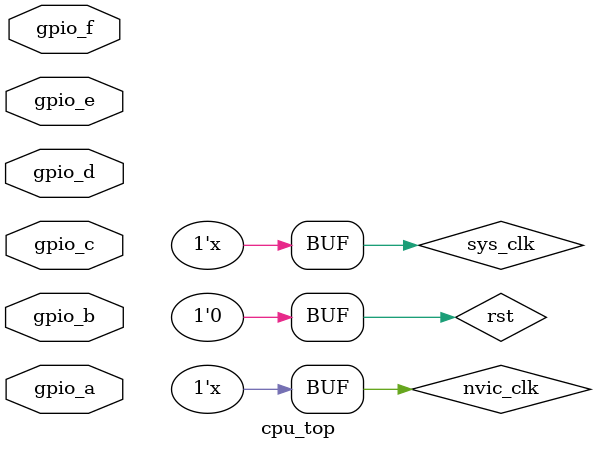
<source format=v>
`timescale 1ns / 1ps

module cpu_top(
//        input sys_clk, rst,
    input[31:0] gpio_a, gpio_b, gpio_c, gpio_d, gpio_e, gpio_f
);
    
    reg sys_clk;
    reg rst;
    
    wire clk, nvic_clk, uart_clk, systick_clk, rd_write_enable, rt_write_enable, alu_en, mem_write_en, io_write_en, is_sw, is_io_target, is_usage_fault;
    wire [1:0] alu_type;
    
    
    wire[31:0] pc, instruction_sim;
    
    wire[4:0] rd, rs, rt, shamt;
    wire[5:0] funct, opcode;
    wire[9:0] io_access_target;
    wire[15:0] immediate;
    wire[31:0] rs_val, rt_val, reg_write_val;
    wire[31:0] result;
    wire[31:0] mem_access_target, mem_write_val, mem_io_read_val, mem_read_val, io_read_val;
    wire[31:0] return_addr;
    
    reg[8:0] pending_interrupts;
   
    
    assign reg_write_val = (opcode == 6'b10_0011) ? mem_io_read_val : 
                          (opcode == 6'b00_0011) ? return_addr : result;
    assign rd_write_enable = ((alu_en && alu_type == 2'b01 && funct[5:2] != 4'b1101) || opcode == 6'b00_0011);
    assign rt_write_enable = (alu_en && alu_type == 2'b0 && opcode != 6'b00_0100 && opcode != 6'b00_0101 && opcode != 6'b10_1011);
    
    assign is_sw = (opcode == 6'b10_1011);
    assign is_io_target = (mem_access_target[31:10] == 22'b1111_1111_1111_1111_1111_11);
    assign io_write_en = is_sw && is_io_target;
    assign mem_write_en = is_sw && !is_io_target;
    assign mem_write_val = rt_val;
    assign mem_access_target = rs_val + {{16{immediate[15]}}, immediate};
    assign io_access_target = mem_access_target[9:0];
    assign mem_io_read_val = is_io_target ? io_read_val : mem_read_val;
    
    // assign interrupt = ((is_trap && result) || is_usage_fault || pending_interrupt);
//    assign interrupt = !kernel_mode && ((is_trap && result) || is_usage_fault);
    
//    cpuclk clk_d(
//        .sys_clk(sys_clk),
//        .clk(clk),
//        .uart_clk(uart_clk)
//    );
    
//    clock_div #(.period(100), .width(7)) cda(uart_clk, rst, clk_t);
//    clock_div #(.period(100), .width(7)) cd(clk_t, rst, systick_clk);
    clock_div #(.period(2), .width(2)) cd_d(sys_clk, rst, clk);
    assign nvic_clk = sys_clk;
    //assign clk = sys_clk;
    clock_div #(.period(100), .width(7)) cd(sys_clk, rst, systick_clk);
    
    wire need_jump;
    wire[31:0] tgt;
    wire[8:0] int_en, arr;
    wire[3:0] curr,next;
    ifetch i_fetch(
       .nvic_clk(nvic_clk),
       .clk(clk),
       .rst(rst),
       .result(result),
       .pending_interrupts(pending_interrupts),
       .alu_en(alu_en),
       .alu_type(alu_type), // 1 R 0 I
       .return_addr(return_addr),
       .rs(rs),
       .rt(rt),
       .rd(rd),
       .immediate(immediate),
       .shamt(shamt),
       .funct(funct),
       .opcode(opcode),
       .pc_sim(pc),
       .instruction(instruction_sim),
       .need_exception_jump(need_jump),
       .target_addr(tgt),
       .int_en(int_en),
       .arr(arr),.curr(curr),.next(next)
    );
    registers regs(
       .clk(clk),
       .rst(rst),
       .rs(rs),
       .rt(rt),
       .rd(rd),
       .rd_write_enable(rd_write_enable),
       .rt_write_enable(rt_write_enable),
    //    .move_enable(alu_type == 2'b10 && rs[4] != 1), //coproc0 && not mfc, mtc
    //    .move_direction(rs == 5'b00100), // mtc0 1 mfc0 0
       .write_val(reg_write_val),
       .pc(pc),
       .rs_val(rs_val),
       .rt_val(rt_val)
    );
    alu alu_a(
       .alu_en(alu_en),
       .alu_type(alu_type), // 1 for R, 0 for I
       .opcode(opcode),
       .funct(funct),
       .rt(rt),
       .rs_val(rs_val),
       .rt_val(rt_val),
       .shamt(shamt),
       .immediate(immediate),
       .result(result),
       .is_fault(is_usage_fault)
    );
    memory mem(
       .clk(clk),
       .rst(rst),
       .write_en(mem_write_en),
       .write_val(mem_write_val),
       .access_target(mem_access_target),
       .read_val(mem_read_val)
    );
    
    io io_a(
       .clk(clk),
       .rst(rst),
       .write_en(io_write_en),
       .access_target(io_access_target),
       .write_val(mem_write_val),
       .read_val(io_read_val),
       .gpio_a(gpio_a),
       .gpio_b(gpio_b),
       .gpio_c(gpio_c),
       .gpio_d(gpio_d),
       .gpio_e(gpio_e),
       .gpio_f(gpio_f)
    );
    
    always @(posedge systick_clk) begin
        pending_interrupts[0] = 1;
    end
    always @(posedge clk) begin
        pending_interrupts <= 0;
    end
    always @(negedge rst) begin
        pending_interrupts <= 0;
    end
    
    
    initial begin 
        sys_clk = 0;
        rst = 1;
        #11 rst = 0;
    end
    
    always #3 sys_clk = ~sys_clk;
    
endmodule

</source>
